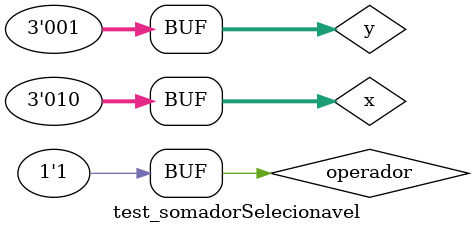
<source format=v>
 
module fullAdder (output s0, output carryOut, input a, input b,  input carryIn);

   wire x,y,z;
   xorgate XOR1(x,a,b);
   andgate AND1(y,a,b);
   xorgate XOR2(s0,x,carryIn);
   andgate AND2(z,x,carryIn);
   orgate OR2(carryOut,z,y);

endmodule // fullAdder

// half adder 	
module halfAdder( s0, carry_out, a, b);
	input a, b;
	output s0, carry_out;
	
	xor XOR1(s0, a, b);
	and AND1(carry_out, a, b);
endmodule // halfAdder

// full adder 3 bits	
module fullAdder3 (output [2:0]s, input [2:0]a, input [2:0]b); 
	wire vaiUm;
	wire vaiUm1;
	wire carry_out;
	
	halfAdder ha1(s[0], vaiUm, a[0], b[0]);
	fullAdder ha2(s[1], vaiUm1, a[1], b[1], vaiUm);
	fullAdder ha3(s[2], carry_out, a[2], b[2], vaiUm1);	
endmodule // fullAdder 

module somadorSelecionavel (output [2:0]s, output carryOut, input operador, input [2:0]a, input [2:0]b );
  wire w0, w1, w2, c0, c1, c2;
  xorgate XOR0 ( w0, operador, b[0] );
  xorgate XOR1 ( w1, operador, b[1] );
  xorgate XOR2 ( w2, operador, b[2] );
  xorgate XOR3 (carryOut, c2, operador);

  fullAdder FA0 ( s[0], c0, w0, a[0], operador);
  fullAdder FA1 ( s[1], c1, w1, a[1], c0);
  fullAdder FA2 ( s[2], c2, w2, a[2], c1);
endmodule // somadorSelecionavel

module andgate (output s, input a, input b);
  assign s = a & b;
endmodule

module xorgate (output s, input a, input b);
  assign s = a ^ b;
endmodule

module orgate (output s, input a,  input b);
  assign s = a | b;
endmodule

module test_somadorSelecionavel;
// ------------------------- definir dados
      reg [2:0] x;
      reg [2:0] y;
      reg operador;
      wire [2:0] resultado;
      wire carryOut;

      somadorSelecionavel SS(resultado, carryOut, operador, x, y);
		
// ------------------------- parte principal 
 initial begin 
      $display("Exemplo0031 - Rayan Darwin - 412770");
      $display("Somador selecionavel - 3bits\n");

      x=3'b000; y=3'b000; operador=1'b0;
      $monitor("%3b   %3b   Op:%1b   Resultado:   %3b   CarryOut: ",x,y,operador,resultado,carryOut);
      #1 x=3'b010; y=3'b011; operador=0;
      #1 x=3'b001; y=3'b010; operador=0;
      #1 x=3'b011; y=3'b010; operador=1;
      #1 x=3'b011; y=3'b011; operador=1;
      #1 x=3'b010; y=3'b001; operador=1;
 
 end
 
endmodule
</source>
